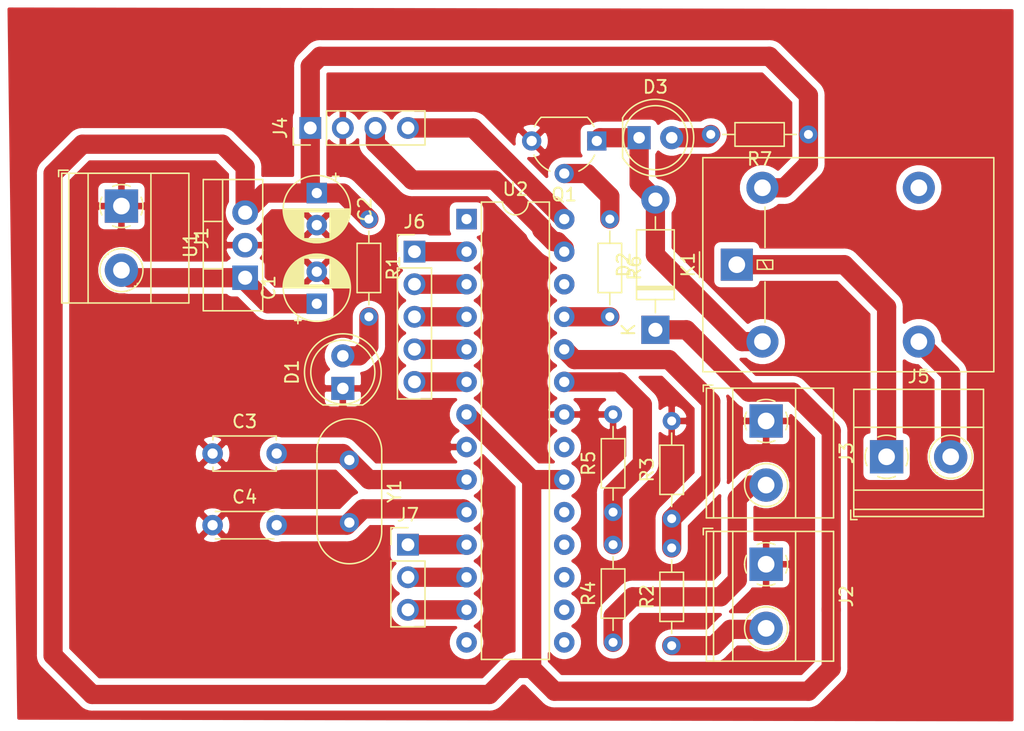
<source format=kicad_pcb>
(kicad_pcb (version 20211014) (generator pcbnew)
  (layers (0 "F.Cu" signal) (31 "B.Cu" signal) (34 "B.Paste" user) (35 "F.Paste" user) (36 "B.SilkS" user "B.Silkscreen") (37 "F.SilkS" user "F.Silkscreen") (38 "B.Mask" user) (39 "F.Mask" user) (44 "Edge.Cuts" user))
  (net 0 "")
  (net 1 "GND")
  (net 2 "+12V")
  (net 3 "VCC")
  (net 4 "Net-(C3-Pad2)")
  (net 5 "Net-(C4-Pad2)")
  (net 6 "Net-(D1-Pad2)")
  (net 7 "Net-(D2-Pad2)")
  (net 8 "Net-(D3-Pad2)")
  (net 9 "SCL")
  (net 10 "Sda")
  (net 11 "Net-(J5-Pad2)")
  (net 12 "Net-(J5-Pad1)")
  (net 13 "Net-(J6-Pad5)")
  (net 14 "Net-(J6-Pad4)")
  (net 15 "Net-(J6-Pad3)")
  (net 16 "Net-(J6-Pad2)")
  (net 17 "Net-(J6-Pad1)")
  (net 18 "Net-(Q1-Pad2)")
  (net 19 "B_in")
  (net 20 "Pin")
  (net 21 "Relay_pin")
  (net 22 "Net-(J2-Pad2)")
  (net 23 "Net-(J3-Pad2)")
  (net 24 "Net-(J7-Pad3)")
  (net 25 "Net-(J7-Pad2)")
  (net 26 "Net-(J7-Pad1)")
  (footprint "Capacitor_THT:CP_Radial_D5.0mm_P2.50mm" (layer "F.Cu") (at 72.644 89.408 90)
    (fp_text reference "C1" (at 1.25 -3.75 90) (layer "F.SilkS"))
    (fp_text value "10uf")
    (pad "1" thru_hole rect locked (at 0 0 90) (size 1.6 1.6) (drill 0.8) (layers *.Cu *.Mask) (net 2 "+12V"))
    (pad "2" thru_hole circle locked (at 2.5 0 90) (size 1.6 1.6) (drill 0.8) (layers *.Cu *.Mask) (net 1 "GND"))
  )
  (footprint "Capacitor_THT:CP_Radial_D5.0mm_P2.50mm" (layer "F.Cu") (at 72.644 80.772 -90)
    (fp_text reference "C2" (at 1.25 -3.75 90) (layer "F.SilkS"))
    (fp_text value "100uf")
    (pad "1" thru_hole rect locked (at 0 0 270) (size 1.6 1.6) (drill 0.8) (layers *.Cu *.Mask) (net 3 "VCC"))
    (pad "2" thru_hole circle locked (at 2.5 0 270) (size 1.6 1.6) (drill 0.8) (layers *.Cu *.Mask) (net 1 "GND"))
  )
  (footprint "Capacitor_THT:C_Disc_D4.7mm_W2.5mm_P5.00mm" (layer "F.Cu") (at 64.516 101.092)
    (fp_text reference "C3" (at 2.5 -2.5) (layer "F.SilkS"))
    (fp_text value "C_Small")
    (pad "1" thru_hole circle locked (at 0 0) (size 1.6 1.6) (drill 0.8) (layers *.Cu *.Mask) (net 1 "GND"))
    (pad "2" thru_hole circle locked (at 5 0) (size 1.6 1.6) (drill 0.8) (layers *.Cu *.Mask) (net 4 "Net-(C3-Pad2)"))
  )
  (footprint "Capacitor_THT:C_Disc_D4.3mm_W1.9mm_P5.00mm" (layer "F.Cu") (at 64.516 106.68)
    (fp_text reference "C4" (at 2.5 -2.2) (layer "F.SilkS"))
    (fp_text value "C_Small")
    (pad "1" thru_hole circle locked (at 0 0) (size 1.6 1.6) (drill 0.8) (layers *.Cu *.Mask) (net 1 "GND"))
    (pad "2" thru_hole circle locked (at 5 0) (size 1.6 1.6) (drill 0.8) (layers *.Cu *.Mask) (net 5 "Net-(C4-Pad2)"))
  )
  (footprint "LED_THT:LED_D5.0mm" (layer "F.Cu") (at 74.676 96.012 90)
    (fp_text reference "D1" (at 1.27 -3.96 90) (layer "F.SilkS"))
    (fp_text value "LED")
    (pad "1" thru_hole rect locked (at 0 0 90) (size 1.8 1.8) (drill 0.9) (layers *.Cu *.Mask) (net 1 "GND"))
    (pad "2" thru_hole circle locked (at 2.54 0 90) (size 1.8 1.8) (drill 0.9) (layers *.Cu *.Mask) (net 6 "Net-(D1-Pad2)"))
  )
  (footprint "Diode_THT:D_DO-41_SOD81_P10.16mm_Horizontal" (layer "F.Cu") (at 99.06 91.44 90)
    (fp_text reference "D2" (at 5.08 -2.47 90) (layer "F.SilkS"))
    (fp_text value "1N4007")
    (fp_text user "K" (at 0 -2.1 90) (layer "F.SilkS"))
    (pad "1" thru_hole rect locked (at 0 0 90) (size 2.2 2.2) (drill 1.1) (layers *.Cu *.Mask) (net 3 "VCC"))
    (pad "2" thru_hole oval locked (at 10.16 0 90) (size 2.2 2.2) (drill 1.1) (layers *.Cu *.Mask) (net 7 "Net-(D2-Pad2)"))
  )
  (footprint "LED_THT:LED_D5.0mm" (layer "F.Cu") (at 97.79 76.454)
    (fp_text reference "D3" (at 1.27 -3.96) (layer "F.SilkS"))
    (fp_text value "LED")
    (pad "1" thru_hole rect locked (at 0 0) (size 1.8 1.8) (drill 0.9) (layers *.Cu *.Mask) (net 7 "Net-(D2-Pad2)"))
    (pad "2" thru_hole circle locked (at 2.54 0) (size 1.8 1.8) (drill 0.9) (layers *.Cu *.Mask) (net 8 "Net-(D3-Pad2)"))
  )
  (footprint "TerminalBlock_Phoenix:TerminalBlock_Phoenix_MKDS-1,5-2_1x02_P5.00mm_Horizontal" (layer "F.Cu") (at 57.404 81.788 -90)
    (fp_text reference "J1" (at 2.5 -6.26 90) (layer "F.SilkS"))
    (fp_text value "Supply")
    (pad "1" thru_hole rect locked (at 0 0 270) (size 2.6 2.6) (drill 1.3) (layers *.Cu *.Mask) (net 1 "GND"))
    (pad "2" thru_hole circle locked (at 5 0 270) (size 2.6 2.6) (drill 1.3) (layers *.Cu *.Mask) (net 2 "+12V"))
  )
  (footprint "TerminalBlock_Phoenix:TerminalBlock_Phoenix_MKDS-1,5-2_1x02_P5.00mm_Horizontal" (layer "F.Cu") (at 107.696 109.728 -90)
    (fp_text reference "J2" (at 2.5 -6.26 90) (layer "F.SilkS"))
    (fp_text value "bat_conn")
    (pad "1" thru_hole rect locked (at 0 0 270) (size 2.6 2.6) (drill 1.3) (layers *.Cu *.Mask) (net 1 "GND"))
    (pad "2" thru_hole circle locked (at 5 0 270) (size 2.6 2.6) (drill 1.3) (layers *.Cu *.Mask) (net 22 "Net-(J2-Pad2)"))
  )
  (footprint "TerminalBlock_Phoenix:TerminalBlock_Phoenix_MKDS-1,5-2_1x02_P5.00mm_Horizontal" (layer "F.Cu") (at 107.696 98.552 -90)
    (fp_text reference "J3" (at 2.5 -6.26 90) (layer "F.SilkS"))
    (fp_text value "piezo_conn")
    (pad "1" thru_hole rect locked (at 0 0 270) (size 2.6 2.6) (drill 1.3) (layers *.Cu *.Mask) (net 1 "GND"))
    (pad "2" thru_hole circle locked (at 5 0 270) (size 2.6 2.6) (drill 1.3) (layers *.Cu *.Mask) (net 23 "Net-(J3-Pad2)"))
  )
  (footprint "Connector_PinHeader_2.54mm:PinHeader_1x04_P2.54mm_Vertical" (layer "F.Cu") (at 72.136 75.692 90)
    (fp_text reference "J4" (at 0 -2.33 90) (layer "F.SilkS"))
    (fp_text value "LCd_conn")
    (pad "1" thru_hole rect locked (at 0 0 90) (size 1.7 1.7) (drill 1) (layers *.Cu *.Mask) (net 3 "VCC"))
    (pad "2" thru_hole oval locked (at 0 2.54 90) (size 1.7 1.7) (drill 1) (layers *.Cu *.Mask) (net 1 "GND"))
    (pad "3" thru_hole oval locked (at 0 5.08 90) (size 1.7 1.7) (drill 1) (layers *.Cu *.Mask) (net 10 "Sda"))
    (pad "4" thru_hole oval locked (at 0 7.62 90) (size 1.7 1.7) (drill 1) (layers *.Cu *.Mask) (net 9 "SCL"))
  )
  (footprint "TerminalBlock_Phoenix:TerminalBlock_Phoenix_MKDS-1,5-2_1x02_P5.00mm_Horizontal" (layer "F.Cu") (at 117.094 101.346)
    (fp_text reference "J5" (at 2.5 -6.26) (layer "F.SilkS"))
    (fp_text value "Relay_conn")
    (pad "1" thru_hole rect locked (at 0 0) (size 2.6 2.6) (drill 1.3) (layers *.Cu *.Mask) (net 12 "Net-(J5-Pad1)"))
    (pad "2" thru_hole circle locked (at 5 0) (size 2.6 2.6) (drill 1.3) (layers *.Cu *.Mask) (net 11 "Net-(J5-Pad2)"))
  )
  (footprint "Relay_THT:Relay_SPDT_Omron-G5LE-1" (layer "F.Cu") (at 105.41 86.36 90)
    (fp_text reference "K1" (at 0 -3.8 90) (layer "F.SilkS"))
    (fp_text value "G5LE-1")
    (pad "1" thru_hole rect locked (at 0 0 90) (size 2.5 2.5) (drill 1.3) (layers *.Cu *.Mask) (net 12 "Net-(J5-Pad1)"))
    (pad "2" thru_hole oval locked (at -6 2 90) (size 2.5 2.5) (drill 1.3) (layers *.Cu *.Mask) (net 7 "Net-(D2-Pad2)"))
    (pad "3" thru_hole oval locked (at -6 14.2 90) (size 2.5 2.5) (drill 1.3) (layers *.Cu *.Mask) (net 11 "Net-(J5-Pad2)"))
    (pad "4" thru_hole oval locked (at 6 14.2 90) (size 2.5 2.5) (drill 1.3) (layers *.Cu *.Mask))
    (pad "5" thru_hole oval locked (at 6 2 90) (size 2.5 2.5) (drill 1.3) (layers *.Cu *.Mask) (net 3 "VCC"))
  )
  (footprint "Package_TO_SOT_THT:TO-92_Wide" (layer "F.Cu") (at 94.488 76.708 180)
    (fp_text reference "Q1" (at 2.55 -4.19) (layer "F.SilkS"))
    (fp_text value "BC547")
    (pad "1" thru_hole rect locked (at 0 0 180) (size 1.5 1.5) (drill 0.8) (layers *.Cu *.Mask) (net 7 "Net-(D2-Pad2)"))
    (pad "2" thru_hole circle locked (at 2.54 -2.54 180) (size 1.5 1.5) (drill 0.8) (layers *.Cu *.Mask) (net 18 "Net-(Q1-Pad2)"))
    (pad "3" thru_hole circle locked (at 5.08 0 180) (size 1.5 1.5) (drill 0.8) (layers *.Cu *.Mask) (net 1 "GND"))
  )
  (footprint "Resistor_THT:R_Axial_DIN0204_L3.6mm_D1.6mm_P7.62mm_Horizontal" (layer "F.Cu") (at 76.708 82.804 -90)
    (fp_text reference "R1" (at 3.81 -1.92 90) (layer "F.SilkS"))
    (fp_text value "330R")
    (pad "1" thru_hole circle locked (at 0 0 270) (size 1.4 1.4) (drill 0.7) (layers *.Cu *.Mask) (net 3 "VCC"))
    (pad "2" thru_hole oval locked (at 7.62 0 270) (size 1.4 1.4) (drill 0.7) (layers *.Cu *.Mask) (net 6 "Net-(D1-Pad2)"))
  )
  (footprint "Resistor_THT:R_Axial_DIN0204_L3.6mm_D1.6mm_P7.62mm_Horizontal" (layer "F.Cu") (at 100.33 116.078 90)
    (fp_text reference "R2" (at 3.81 -1.92 90) (layer "F.SilkS"))
    (fp_text value "330R")
    (pad "1" thru_hole circle locked (at 0 0 90) (size 1.4 1.4) (drill 0.7) (layers *.Cu *.Mask) (net 22 "Net-(J2-Pad2)"))
    (pad "2" thru_hole oval locked (at 7.62 0 90) (size 1.4 1.4) (drill 0.7) (layers *.Cu *.Mask) (net 19 "B_in"))
  )
  (footprint "Resistor_THT:R_Axial_DIN0204_L3.6mm_D1.6mm_P7.62mm_Horizontal" (layer "F.Cu") (at 100.33 106.172 90)
    (fp_text reference "R3" (at 3.81 -1.92 90) (layer "F.SilkS"))
    (fp_text value "330R")
    (pad "1" thru_hole circle locked (at 0 0 90) (size 1.4 1.4) (drill 0.7) (layers *.Cu *.Mask) (net 19 "B_in"))
    (pad "2" thru_hole oval locked (at 7.62 0 90) (size 1.4 1.4) (drill 0.7) (layers *.Cu *.Mask) (net 1 "GND"))
  )
  (footprint "Resistor_THT:R_Axial_DIN0204_L3.6mm_D1.6mm_P7.62mm_Horizontal" (layer "F.Cu") (at 95.758 115.824 90)
    (fp_text reference "R4" (at 3.81 -1.92 90) (layer "F.SilkS"))
    (fp_text value "330R")
    (pad "1" thru_hole circle locked (at 0 0 90) (size 1.4 1.4) (drill 0.7) (layers *.Cu *.Mask) (net 23 "Net-(J3-Pad2)"))
    (pad "2" thru_hole oval locked (at 7.62 0 90) (size 1.4 1.4) (drill 0.7) (layers *.Cu *.Mask) (net 20 "Pin"))
  )
  (footprint "Resistor_THT:R_Axial_DIN0204_L3.6mm_D1.6mm_P7.62mm_Horizontal" (layer "F.Cu") (at 95.504 82.804 -90)
    (fp_text reference "R6" (at 3.81 -1.92 90) (layer "F.SilkS"))
    (fp_text value "R_Small")
    (pad "1" thru_hole circle locked (at 0 0 270) (size 1.4 1.4) (drill 0.7) (layers *.Cu *.Mask) (net 18 "Net-(Q1-Pad2)"))
    (pad "2" thru_hole oval locked (at 7.62 0 270) (size 1.4 1.4) (drill 0.7) (layers *.Cu *.Mask) (net 21 "Relay_pin"))
  )
  (footprint "Resistor_THT:R_Axial_DIN0204_L3.6mm_D1.6mm_P7.62mm_Horizontal" (layer "F.Cu") (at 110.998 76.2 180)
    (fp_text reference "R7" (at 3.81 -1.92) (layer "F.SilkS"))
    (fp_text value "R_Small")
    (pad "1" thru_hole circle locked (at 0 0 180) (size 1.4 1.4) (drill 0.7) (layers *.Cu *.Mask) (net 3 "VCC"))
    (pad "2" thru_hole oval locked (at 7.62 0 180) (size 1.4 1.4) (drill 0.7) (layers *.Cu *.Mask) (net 8 "Net-(D3-Pad2)"))
  )
  (footprint "Package_TO_SOT_THT:TO-220-3_Vertical" (layer "F.Cu") (at 67.056 87.376 90)
    (fp_text reference "U1" (at 2.54 -4.27 90) (layer "F.SilkS"))
    (fp_text value "L7805")
    (pad "1" thru_hole rect locked (at 0 0 90) (size 1.905 2) (drill 1.1) (layers *.Cu *.Mask) (net 2 "+12V"))
    (pad "2" thru_hole oval locked (at 2.54 0 90) (size 1.905 2) (drill 1.1) (layers *.Cu *.Mask) (net 1 "GND"))
    (pad "3" thru_hole oval locked (at 5.08 0 90) (size 1.905 2) (drill 1.1) (layers *.Cu *.Mask) (net 3 "VCC"))
  )
  (footprint "Package_DIP:DIP-28_W7.62mm" (layer "F.Cu") (at 84.328 82.804)
    (fp_text reference "U2" (at 3.81 -2.33) (layer "F.SilkS"))
    (fp_text value "ATmega328P-PU")
    (pad "1" thru_hole rect locked (at 0 0) (size 1.6 1.6) (drill 0.8) (layers *.Cu *.Mask))
    (pad "2" thru_hole oval locked (at 0 2.54) (size 1.6 1.6) (drill 0.8) (layers *.Cu *.Mask) (net 17 "Net-(J6-Pad1)"))
    (pad "3" thru_hole oval locked (at 0 5.08) (size 1.6 1.6) (drill 0.8) (layers *.Cu *.Mask) (net 16 "Net-(J6-Pad2)"))
    (pad "4" thru_hole oval locked (at 0 7.62) (size 1.6 1.6) (drill 0.8) (layers *.Cu *.Mask) (net 15 "Net-(J6-Pad3)"))
    (pad "5" thru_hole oval locked (at 0 10.16) (size 1.6 1.6) (drill 0.8) (layers *.Cu *.Mask) (net 14 "Net-(J6-Pad4)"))
    (pad "6" thru_hole oval locked (at 0 12.7) (size 1.6 1.6) (drill 0.8) (layers *.Cu *.Mask) (net 13 "Net-(J6-Pad5)"))
    (pad "7" thru_hole oval locked (at 0 15.24) (size 1.6 1.6) (drill 0.8) (layers *.Cu *.Mask) (net 3 "VCC"))
    (pad "8" thru_hole oval locked (at 0 17.78) (size 1.6 1.6) (drill 0.8) (layers *.Cu *.Mask) (net 1 "GND"))
    (pad "9" thru_hole oval locked (at 0 20.32) (size 1.6 1.6) (drill 0.8) (layers *.Cu *.Mask) (net 4 "Net-(C3-Pad2)"))
    (pad "10" thru_hole oval locked (at 0 22.86) (size 1.6 1.6) (drill 0.8) (layers *.Cu *.Mask) (net 5 "Net-(C4-Pad2)"))
    (pad "11" thru_hole oval locked (at 0 25.4) (size 1.6 1.6) (drill 0.8) (layers *.Cu *.Mask) (net 26 "Net-(J7-Pad1)"))
    (pad "12" thru_hole oval locked (at 0 27.94) (size 1.6 1.6) (drill 0.8) (layers *.Cu *.Mask) (net 25 "Net-(J7-Pad2)"))
    (pad "13" thru_hole oval locked (at 0 30.48) (size 1.6 1.6) (drill 0.8) (layers *.Cu *.Mask) (net 24 "Net-(J7-Pad3)"))
    (pad "14" thru_hole oval locked (at 0 33.02) (size 1.6 1.6) (drill 0.8) (layers *.Cu *.Mask))
    (pad "15" thru_hole oval locked (at 7.62 33.02) (size 1.6 1.6) (drill 0.8) (layers *.Cu *.Mask))
    (pad "16" thru_hole oval locked (at 7.62 30.48) (size 1.6 1.6) (drill 0.8) (layers *.Cu *.Mask))
    (pad "17" thru_hole oval locked (at 7.62 27.94) (size 1.6 1.6) (drill 0.8) (layers *.Cu *.Mask))
    (pad "18" thru_hole oval locked (at 7.62 25.4) (size 1.6 1.6) (drill 0.8) (layers *.Cu *.Mask))
    (pad "19" thru_hole oval locked (at 7.62 22.86) (size 1.6 1.6) (drill 0.8) (layers *.Cu *.Mask))
    (pad "20" thru_hole oval locked (at 7.62 20.32) (size 1.6 1.6) (drill 0.8) (layers *.Cu *.Mask) (net 3 "VCC"))
    (pad "21" thru_hole oval locked (at 7.62 17.78) (size 1.6 1.6) (drill 0.8) (layers *.Cu *.Mask))
    (pad "22" thru_hole oval locked (at 7.62 15.24) (size 1.6 1.6) (drill 0.8) (layers *.Cu *.Mask) (net 1 "GND"))
    (pad "23" thru_hole oval locked (at 7.62 12.7) (size 1.6 1.6) (drill 0.8) (layers *.Cu *.Mask) (net 20 "Pin"))
    (pad "24" thru_hole oval locked (at 7.62 10.16) (size 1.6 1.6) (drill 0.8) (layers *.Cu *.Mask) (net 19 "B_in"))
    (pad "25" thru_hole oval locked (at 7.62 7.62) (size 1.6 1.6) (drill 0.8) (layers *.Cu *.Mask) (net 21 "Relay_pin"))
    (pad "26" thru_hole oval locked (at 7.62 5.08) (size 1.6 1.6) (drill 0.8) (layers *.Cu *.Mask))
    (pad "27" thru_hole oval locked (at 7.62 2.54) (size 1.6 1.6) (drill 0.8) (layers *.Cu *.Mask) (net 10 "Sda"))
    (pad "28" thru_hole oval locked (at 7.62 0) (size 1.6 1.6) (drill 0.8) (layers *.Cu *.Mask) (net 9 "SCL"))
  )
  (footprint "Crystal:Crystal_HC49-U_Vertical" (layer "F.Cu") (at 75.184 101.6 -90)
    (fp_text reference "Y1" (at 2.44 -3.525 90) (layer "F.SilkS"))
    (fp_text value "Crystal_Small")
    (pad "1" thru_hole circle locked (at 0 0 270) (size 1.5 1.5) (drill 0.8) (layers *.Cu *.Mask) (net 4 "Net-(C3-Pad2)"))
    (pad "2" thru_hole circle locked (at 4.88 0 270) (size 1.5 1.5) (drill 0.8) (layers *.Cu *.Mask) (net 5 "Net-(C4-Pad2)"))
  )
  (footprint "Resistor_THT:R_Axial_DIN0204_L3.6mm_D1.6mm_P7.62mm_Horizontal" (layer "F.Cu") (at 95.758 105.664 90)
    (fp_text reference "R5" (at 3.81 -1.92 90) (layer "F.SilkS"))
    (fp_text value "330R")
    (pad "1" thru_hole circle locked (at 0 0 90) (size 1.4 1.4) (drill 0.7) (layers *.Cu *.Mask) (net 20 "Pin"))
    (pad "2" thru_hole oval locked (at 7.62 0 90) (size 1.4 1.4) (drill 0.7) (layers *.Cu *.Mask) (net 1 "GND"))
  )
  (footprint "Connector_PinHeader_2.54mm:PinHeader_1x05_P2.54mm_Vertical" (layer "F.Cu") (at 80.264 85.344)
    (fp_text reference "J6" (at 0 -2.33) (layer "F.SilkS"))
    (fp_text value "Conn_05")
    (pad "1" thru_hole rect locked (at 0 0) (size 1.7 1.7) (drill 1) (layers *.Cu *.Mask) (net 17 "Net-(J6-Pad1)"))
    (pad "2" thru_hole oval locked (at 0 2.54) (size 1.7 1.7) (drill 1) (layers *.Cu *.Mask) (net 16 "Net-(J6-Pad2)"))
    (pad "3" thru_hole oval locked (at 0 5.08) (size 1.7 1.7) (drill 1) (layers *.Cu *.Mask) (net 15 "Net-(J6-Pad3)"))
    (pad "4" thru_hole oval locked (at 0 7.62) (size 1.7 1.7) (drill 1) (layers *.Cu *.Mask) (net 14 "Net-(J6-Pad4)"))
    (pad "5" thru_hole oval locked (at 0 10.16) (size 1.7 1.7) (drill 1) (layers *.Cu *.Mask) (net 13 "Net-(J6-Pad5)"))
  )
  (footprint "Connector_PinHeader_2.54mm:PinHeader_1x03_P2.54mm_Vertical" (layer "F.Cu") (at 79.756 108.204)
    (fp_text reference "J7" (at 0 -2.33) (layer "F.SilkS"))
    (fp_text value "Conn_03")
    (pad "1" thru_hole rect locked (at 0 0) (size 1.7 1.7) (drill 1) (layers *.Cu *.Mask) (net 26 "Net-(J7-Pad1)"))
    (pad "2" thru_hole oval locked (at 0 2.54) (size 1.7 1.7) (drill 1) (layers *.Cu *.Mask) (net 25 "Net-(J7-Pad2)"))
    (pad "3" thru_hole oval locked (at 0 5.08) (size 1.7 1.7) (drill 1) (layers *.Cu *.Mask) (net 24 "Net-(J7-Pad3)"))
  )
  (segment (start 68.834 89.408) (end 72.644 89.408) (width 1.5) (layer "F.Cu") (net 2))
  (segment (start 67.056 87.63) (end 68.834 89.408) (width 1.5) (layer "F.Cu") (net 2))
  (segment (start 57.992 87.376) (end 57.404 86.788) (width 1.5) (layer "F.Cu") (net 2))
  (segment (start 67.056 87.376) (end 67.056 87.63) (width 1.5) (layer "F.Cu") (net 2))
  (segment (start 67.056 87.376) (end 57.992 87.376) (width 1.5) (layer "F.Cu") (net 2))
  (segment (start 107.41 80.36) (end 109.124 80.36) (width 1.5) (layer "F.Cu") (net 3))
  (segment (start 99.06 91.44) (end 101.481824 91.44) (width 1.5) (layer "F.Cu") (net 3))
  (segment (start 109.756001 96.301999) (end 112.776 99.321998) (width 1.5) (layer "F.Cu") (net 3))
  (segment (start 109.124 80.36) (end 110.998 78.486) (width 1.5) (layer "F.Cu") (net 3))
  (segment (start 55.118 119.888) (end 52.07 116.84) (width 1.5) (layer "F.Cu") (net 3))
  (segment (start 86.106 119.888) (end 55.118 119.888) (width 1.5) (layer "F.Cu") (net 3))
  (segment (start 110.998 78.486) (end 110.998 76.2) (width 1.5) (layer "F.Cu") (net 3))
  (segment (start 107.95 70.104) (end 72.898 70.104) (width 1.5) (layer "F.Cu") (net 3))
  (segment (start 74.676 80.772) (end 72.644 80.772) (width 1.5) (layer "F.Cu") (net 3))
  (segment (start 112.776 117.856) (end 110.998 119.634) (width 1.5) (layer "F.Cu") (net 3))
  (segment (start 67.056 78.74) (end 67.056 82.296) (width 1.5) (layer "F.Cu") (net 3))
  (segment (start 52.07 116.84) (end 52.07 79.248) (width 1.5) (layer "F.Cu") (net 3))
  (segment (start 88.138 117.856) (end 86.106 119.888) (width 1.5) (layer "F.Cu") (net 3))
  (segment (start 89.408 103.124) (end 84.328 98.044) (width 1.5) (layer "F.Cu") (net 3))
  (segment (start 112.776 113.284) (end 112.776 117.856) (width 1.5) (layer "F.Cu") (net 3))
  (segment (start 68.58 80.772) (end 67.056 82.296) (width 1.5) (layer "F.Cu") (net 3))
  (segment (start 110.998 119.634) (end 91.186 119.634) (width 1.5) (layer "F.Cu") (net 3))
  (segment (start 76.708 82.804) (end 74.676 80.772) (width 1.5) (layer "F.Cu") (net 3))
  (segment (start 54.356 76.962) (end 65.278 76.962) (width 1.5) (layer "F.Cu") (net 3))
  (segment (start 91.948 103.124) (end 89.408 103.124) (width 1.5) (layer "F.Cu") (net 3))
  (segment (start 110.998 73.152) (end 107.95 70.104) (width 1.5) (layer "F.Cu") (net 3))
  (segment (start 72.136 80.264) (end 72.136 75.692) (width 1.5) (layer "F.Cu") (net 3))
  (segment (start 72.136 70.866) (end 72.898 70.104) (width 1.5) (layer "F.Cu") (net 3))
  (segment (start 110.998 76.2) (end 110.998 73.152) (width 1.5) (layer "F.Cu") (net 3))
  (segment (start 112.776 99.321998) (end 112.776 113.284) (width 1.5) (layer "F.Cu") (net 3))
  (segment (start 89.408 117.856) (end 89.408 103.124) (width 1.5) (layer "F.Cu") (net 3))
  (segment (start 106.343823 96.301999) (end 109.756001 96.301999) (width 1.5) (layer "F.Cu") (net 3))
  (segment (start 89.408 117.856) (end 88.138 117.856) (width 1.5) (layer "F.Cu") (net 3))
  (segment (start 52.07 79.248) (end 54.356 76.962) (width 1.5) (layer "F.Cu") (net 3))
  (segment (start 72.644 80.772) (end 68.58 80.772) (width 1.5) (layer "F.Cu") (net 3))
  (segment (start 72.644 80.772) (end 72.136 80.264) (width 1.5) (layer "F.Cu") (net 3))
  (segment (start 72.136 75.692) (end 72.136 70.866) (width 1.5) (layer "F.Cu") (net 3))
  (segment (start 101.481824 91.44) (end 106.343823 96.301999) (width 1.5) (layer "F.Cu") (net 3))
  (segment (start 65.278 76.962) (end 67.056 78.74) (width 1.5) (layer "F.Cu") (net 3))
  (segment (start 91.186 119.634) (end 89.408 117.856) (width 1.5) (layer "F.Cu") (net 3))
  (segment (start 69.516 101.092) (end 74.676 101.092) (width 1.5) (layer "F.Cu") (net 4))
  (segment (start 76.708 103.124) (end 75.184 101.6) (width 1.5) (layer "F.Cu") (net 4))
  (segment (start 84.328 103.124) (end 76.708 103.124) (width 1.5) (layer "F.Cu") (net 4))
  (segment (start 74.676 101.092) (end 75.184 101.6) (width 1.5) (layer "F.Cu") (net 4))
  (segment (start 76.254 105.41) (end 84.074 105.41) (width 1.5) (layer "F.Cu") (net 5))
  (segment (start 69.516 106.68) (end 74.984 106.68) (width 1.5) (layer "F.Cu") (net 5))
  (segment (start 75.184 106.48) (end 76.254 105.41) (width 1.5) (layer "F.Cu") (net 5))
  (segment (start 84.074 105.41) (end 84.328 105.664) (width 1.5) (layer "F.Cu") (net 5))
  (segment (start 74.984 106.68) (end 75.184 106.48) (width 1.5) (layer "F.Cu") (net 5))
  (segment (start 76.708 92.71) (end 76.708 90.424) (width 1.5) (layer "F.Cu") (net 6))
  (segment (start 74.676 93.472) (end 75.946 93.472) (width 1.5) (layer "F.Cu") (net 6))
  (segment (start 75.946 93.472) (end 76.708 92.71) (width 1.5) (layer "F.Cu") (net 6))
  (segment (start 94.742 76.454) (end 94.488 76.708) (width 1.5) (layer "F.Cu") (net 7))
  (segment (start 99.06 85.598) (end 99.06 81.28) (width 1.5) (layer "F.Cu") (net 7))
  (segment (start 97.79 80.01) (end 99.06 81.28) (width 1.5) (layer "F.Cu") (net 7))
  (segment (start 107.41 92.36) (end 105.822 92.36) (width 1.5) (layer "F.Cu") (net 7))
  (segment (start 97.79 76.454) (end 97.79 80.01) (width 1.5) (layer "F.Cu") (net 7))
  (segment (start 105.822 92.36) (end 99.06 85.598) (width 1.5) (layer "F.Cu") (net 7))
  (segment (start 97.79 76.454) (end 94.742 76.454) (width 1.5) (layer "F.Cu") (net 7))
  (segment (start 100.33 76.454) (end 103.124 76.454) (width 1.5) (layer "F.Cu") (net 8))
  (segment (start 103.124 76.454) (end 103.378 76.2) (width 1.5) (layer "F.Cu") (net 8))
  (segment (start 84.836 75.692) (end 79.756 75.692) (width 1.5) (layer "F.Cu") (net 9))
  (segment (start 91.948 82.804) (end 84.836 75.692) (width 1.5) (layer "F.Cu") (net 9))
  (segment (start 77.216 76.894081) (end 80.077919 79.756) (width 1.5) (layer "F.Cu") (net 10))
  (segment (start 90.197999 83.458175) (end 90.197999 83.644001) (width 1.5) (layer "F.Cu") (net 10))
  (segment (start 80.077919 79.756) (end 86.495824 79.756) (width 1.5) (layer "F.Cu") (net 10))
  (segment (start 77.216 75.692) (end 77.216 76.894081) (width 1.5) (layer "F.Cu") (net 10))
  (segment (start 91.948 85.09) (end 91.948 85.344) (width 1.5) (layer "F.Cu") (net 10))
  (segment (start 86.495824 79.756) (end 90.197999 83.458175) (width 1.5) (layer "F.Cu") (net 10))
  (segment (start 91.412001 84.554001) (end 91.948 85.09) (width 1.5) (layer "F.Cu") (net 10))
  (segment (start 90.197999 83.644001) (end 91.107999 84.554001) (width 1.5) (layer "F.Cu") (net 10))
  (segment (start 91.107999 84.554001) (end 91.412001 84.554001) (width 1.5) (layer "F.Cu") (net 10))
  (segment (start 122.094 101.346) (end 122.094 94.844) (width 1.5) (layer "F.Cu") (net 11))
  (segment (start 122.094 94.844) (end 119.61 92.36) (width 1.5) (layer "F.Cu") (net 11))
  (segment (start 113.792 86.36) (end 105.41 86.36) (width 1.5) (layer "F.Cu") (net 12))
  (segment (start 117.094 101.346) (end 117.094 89.662) (width 1.5) (layer "F.Cu") (net 12))
  (segment (start 117.094 89.662) (end 113.792 86.36) (width 1.5) (layer "F.Cu") (net 12))
  (segment (start 84.328 95.504) (end 80.264 95.504) (width 1.5) (layer "F.Cu") (net 13))
  (segment (start 80.264 92.964) (end 84.328 92.964) (width 1.5) (layer "F.Cu") (net 14))
  (segment (start 84.328 90.424) (end 80.264 90.424) (width 1.5) (layer "F.Cu") (net 15))
  (segment (start 80.264 87.884) (end 84.328 87.884) (width 1.5) (layer "F.Cu") (net 16))
  (segment (start 84.328 85.344) (end 80.264 85.344) (width 1.5) (layer "F.Cu") (net 17))
  (segment (start 95.504 82.804) (end 95.504 81.026) (width 1.5) (layer "F.Cu") (net 18))
  (segment (start 95.504 81.026) (end 93.726 79.248) (width 1.5) (layer "F.Cu") (net 18))
  (segment (start 93.726 79.248) (end 91.948 79.248) (width 1.5) (layer "F.Cu") (net 18))
  (segment (start 103.378 97.028) (end 100.113999 93.763999) (width 1.5) (layer "F.Cu") (net 19))
  (segment (start 100.33 106.172) (end 100.33 108.458) (width 1.5) (layer "F.Cu") (net 19))
  (segment (start 103.378 103.124) (end 103.378 97.028) (width 1.5) (layer "F.Cu") (net 19))
  (segment (start 100.33 106.172) (end 103.378 103.124) (width 1.5) (layer "F.Cu") (net 19))
  (segment (start 92.747999 93.763999) (end 91.948 92.964) (width 1.5) (layer "F.Cu") (net 19))
  (segment (start 100.113999 93.763999) (end 92.747999 93.763999) (width 1.5) (layer "F.Cu") (net 19))
  (segment (start 98.044 97.282) (end 96.266 95.504) (width 1.5) (layer "F.Cu") (net 20))
  (segment (start 96.266 95.504) (end 91.948 95.504) (width 1.5) (layer "F.Cu") (net 20))
  (segment (start 95.758 108.204) (end 95.758 105.664) (width 1.5) (layer "F.Cu") (net 20))
  (segment (start 95.758 105.664) (end 95.758 104.14) (width 1.5) (layer "F.Cu") (net 20))
  (segment (start 95.758 104.14) (end 98.044 101.854) (width 1.5) (layer "F.Cu") (net 20))
  (segment (start 98.044 101.854) (end 98.044 97.282) (width 1.5) (layer "F.Cu") (net 20))
  (segment (start 95.504 90.424) (end 91.948 90.424) (width 1.5) (layer "F.Cu") (net 21))
  (segment (start 100.33 116.078) (end 103.632 116.078) (width 1.5) (layer "F.Cu") (net 22))
  (segment (start 103.632 116.078) (end 104.902 114.808) (width 1.5) (layer "F.Cu") (net 22))
  (segment (start 107.616 114.808) (end 107.696 114.728) (width 1.5) (layer "F.Cu") (net 22))
  (segment (start 104.902 114.808) (end 107.616 114.808) (width 1.5) (layer "F.Cu") (net 22))
  (segment (start 104.14 112.268) (end 105.445999 110.962001) (width 1.5) (layer "F.Cu") (net 23))
  (segment (start 105.445999 104.612001) (end 106.506 103.552) (width 1.5) (layer "F.Cu") (net 23))
  (segment (start 95.758 113.792) (end 97.282 112.268) (width 1.5) (layer "F.Cu") (net 23))
  (segment (start 97.282 112.268) (end 104.14 112.268) (width 1.5) (layer "F.Cu") (net 23))
  (segment (start 106.506 103.552) (end 107.696 103.552) (width 1.5) (layer "F.Cu") (net 23))
  (segment (start 95.758 115.824) (end 95.758 113.792) (width 1.5) (layer "F.Cu") (net 23))
  (segment (start 105.445999 110.962001) (end 105.445999 104.612001) (width 1.5) (layer "F.Cu") (net 23))
  (segment (start 79.756 113.284) (end 84.328 113.284) (width 1.5) (layer "F.Cu") (net 24))
  (segment (start 84.328 110.744) (end 79.756 110.744) (width 1.5) (layer "F.Cu") (net 25))
  (segment (start 79.756 108.204) (end 84.328 108.204) (width 1.5) (layer "F.Cu") (net 26))
  (zone (net 1) (net_name "GND") (layer "F.Cu") (connect_pads (clearance 0.508)) (min_thickness 0.254) (fill yes (thermal_gap 0.508) (thermal_bridge_width 0.508))
    (polygon (pts (xy 127 66.421) (xy 127 121.9835) (xy 49.276 121.8565) (xy 48.514 66.294)))
  )
)
</source>
